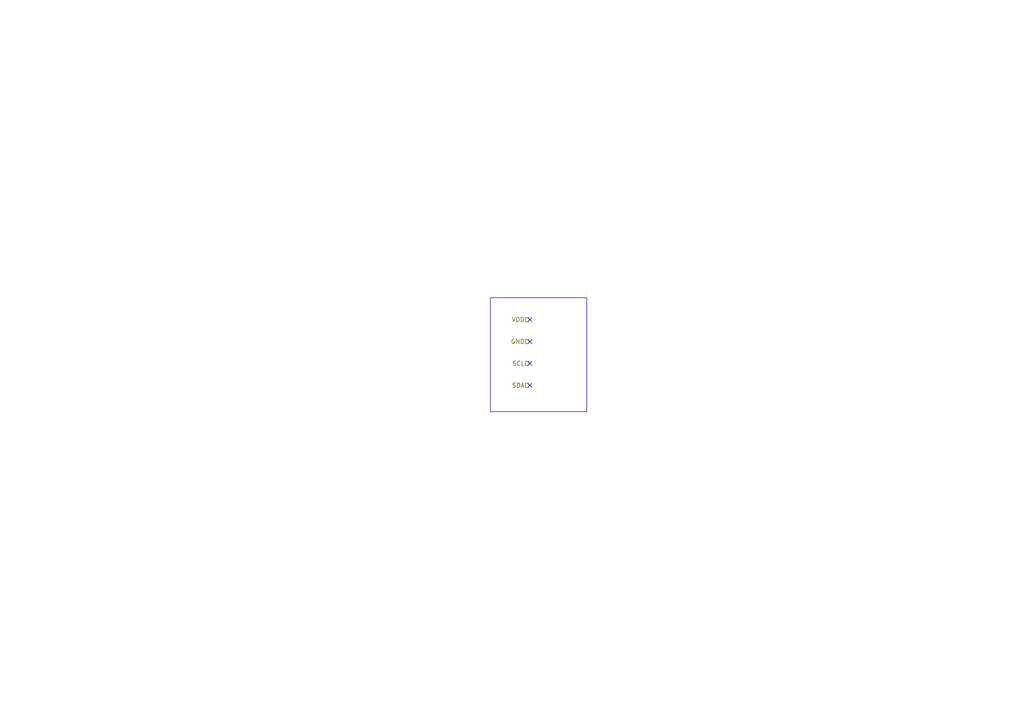
<source format=kicad_sch>
(kicad_sch
	(version 20250114)
	(generator "eeschema")
	(generator_version "9.0")
	(uuid "af75a501-7ad1-40d0-84f7-9fea542a5987")
	(paper "A4")
	(lib_symbols)
	(rectangle
		(start 142.24 86.36)
		(end 170.18 119.38)
		(stroke
			(width 0)
			(type default)
		)
		(fill
			(type none)
		)
		(uuid 6cf7772e-7cff-4bae-bcb3-e0b806f7df77)
	)
	(no_connect
		(at 153.67 105.41)
		(uuid "6e4b727a-68d9-4cba-86a6-773b3e30b009")
	)
	(no_connect
		(at 153.67 111.76)
		(uuid "a9971594-4a8b-4f49-93fa-a874b3d28865")
	)
	(no_connect
		(at 153.67 99.06)
		(uuid "b51871d9-b324-456a-88af-f288d8ce59c6")
	)
	(no_connect
		(at 153.67 92.71)
		(uuid "d6bfca51-4a2d-4794-8868-60b262fc6cc1")
	)
	(hierarchical_label "VDD"
		(shape input)
		(at 153.67 92.71 180)
		(effects
			(font
				(size 1.27 1.27)
			)
			(justify right)
		)
		(uuid "2ee73645-c45e-4d94-8f1d-d1b50f5ee9d7")
	)
	(hierarchical_label "GND"
		(shape input)
		(at 153.67 99.06 180)
		(effects
			(font
				(size 1.27 1.27)
			)
			(justify right)
		)
		(uuid "2ee73645-c45e-4d94-8f1d-d1b50f5ee9d7")
	)
	(hierarchical_label "SCL"
		(shape input)
		(at 153.67 105.41 180)
		(effects
			(font
				(size 1.27 1.27)
			)
			(justify right)
		)
		(uuid "2ee73645-c45e-4d94-8f1d-d1b50f5ee9d7")
	)
	(hierarchical_label "SDA"
		(shape input)
		(at 153.67 111.76 180)
		(effects
			(font
				(size 1.27 1.27)
			)
			(justify right)
		)
		(uuid "2ee73645-c45e-4d94-8f1d-d1b50f5ee9d7")
	)
)

</source>
